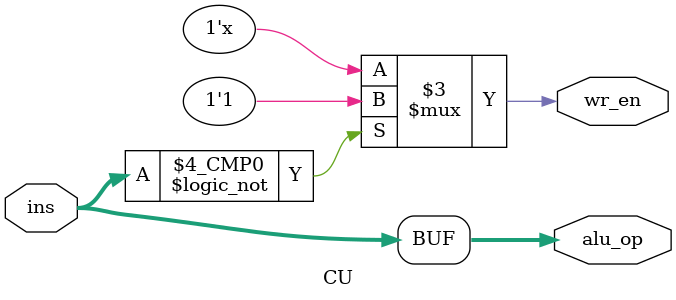
<source format=v>
module CU(
    input wire [7:0] ins,
    output reg wr_en,
    output reg [7:0] alu_op
);

    always@(*) begin
        // ins as alu_op
        alu_op <= ins;
        case(ins)
            8'b00000000: wr_en <= 1'b1;  // Add
            default: wr_en <= 1'bx;
        endcase
    end

endmodule

</source>
